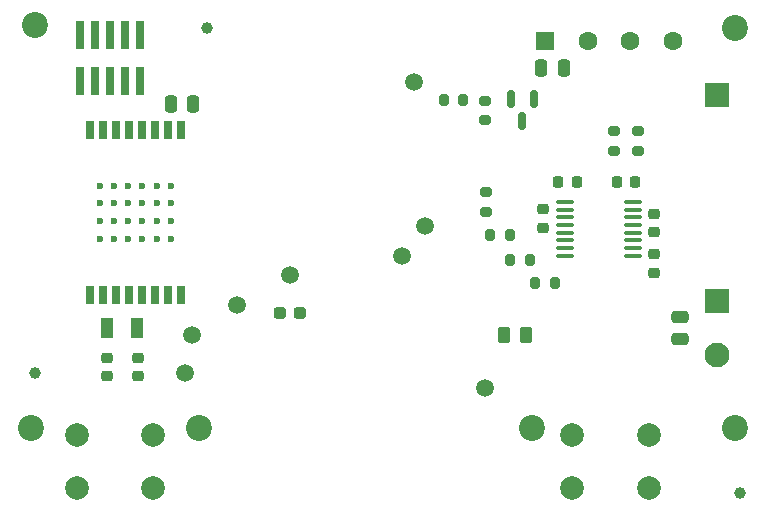
<source format=gts>
%TF.GenerationSoftware,KiCad,Pcbnew,7.0.5+dfsg-2*%
%TF.CreationDate,2023-08-29T10:22:54-04:00*%
%TF.ProjectId,proto1_0,70726f74-6f31-45f3-902e-6b696361645f,rev?*%
%TF.SameCoordinates,Original*%
%TF.FileFunction,Soldermask,Top*%
%TF.FilePolarity,Negative*%
%FSLAX46Y46*%
G04 Gerber Fmt 4.6, Leading zero omitted, Abs format (unit mm)*
G04 Created by KiCad (PCBNEW 7.0.5+dfsg-2) date 2023-08-29 10:22:54*
%MOMM*%
%LPD*%
G01*
G04 APERTURE LIST*
G04 Aperture macros list*
%AMRoundRect*
0 Rectangle with rounded corners*
0 $1 Rounding radius*
0 $2 $3 $4 $5 $6 $7 $8 $9 X,Y pos of 4 corners*
0 Add a 4 corners polygon primitive as box body*
4,1,4,$2,$3,$4,$5,$6,$7,$8,$9,$2,$3,0*
0 Add four circle primitives for the rounded corners*
1,1,$1+$1,$2,$3*
1,1,$1+$1,$4,$5*
1,1,$1+$1,$6,$7*
1,1,$1+$1,$8,$9*
0 Add four rect primitives between the rounded corners*
20,1,$1+$1,$2,$3,$4,$5,0*
20,1,$1+$1,$4,$5,$6,$7,0*
20,1,$1+$1,$6,$7,$8,$9,0*
20,1,$1+$1,$8,$9,$2,$3,0*%
G04 Aperture macros list end*
%ADD10C,1.000000*%
%ADD11R,1.000000X1.800000*%
%ADD12C,0.599440*%
%ADD13R,0.698500X1.498600*%
%ADD14RoundRect,0.250000X0.250000X0.475000X-0.250000X0.475000X-0.250000X-0.475000X0.250000X-0.475000X0*%
%ADD15C,1.500000*%
%ADD16RoundRect,0.237500X-0.287500X-0.237500X0.287500X-0.237500X0.287500X0.237500X-0.287500X0.237500X0*%
%ADD17R,0.740000X2.400000*%
%ADD18RoundRect,0.150000X-0.150000X0.587500X-0.150000X-0.587500X0.150000X-0.587500X0.150000X0.587500X0*%
%ADD19RoundRect,0.200000X0.200000X0.275000X-0.200000X0.275000X-0.200000X-0.275000X0.200000X-0.275000X0*%
%ADD20RoundRect,0.225000X-0.225000X-0.250000X0.225000X-0.250000X0.225000X0.250000X-0.225000X0.250000X0*%
%ADD21RoundRect,0.200000X0.275000X-0.200000X0.275000X0.200000X-0.275000X0.200000X-0.275000X-0.200000X0*%
%ADD22RoundRect,0.200000X-0.200000X-0.275000X0.200000X-0.275000X0.200000X0.275000X-0.200000X0.275000X0*%
%ADD23RoundRect,0.250001X-0.799999X0.799999X-0.799999X-0.799999X0.799999X-0.799999X0.799999X0.799999X0*%
%ADD24C,2.100000*%
%ADD25RoundRect,0.250000X0.262500X0.450000X-0.262500X0.450000X-0.262500X-0.450000X0.262500X-0.450000X0*%
%ADD26RoundRect,0.100000X0.637500X0.100000X-0.637500X0.100000X-0.637500X-0.100000X0.637500X-0.100000X0*%
%ADD27C,2.200000*%
%ADD28RoundRect,0.225000X0.250000X-0.225000X0.250000X0.225000X-0.250000X0.225000X-0.250000X-0.225000X0*%
%ADD29RoundRect,0.225000X0.225000X0.250000X-0.225000X0.250000X-0.225000X-0.250000X0.225000X-0.250000X0*%
%ADD30RoundRect,0.250001X-0.799999X-0.799999X0.799999X-0.799999X0.799999X0.799999X-0.799999X0.799999X0*%
%ADD31RoundRect,0.225000X-0.250000X0.225000X-0.250000X-0.225000X0.250000X-0.225000X0.250000X0.225000X0*%
%ADD32RoundRect,0.200000X-0.275000X0.200000X-0.275000X-0.200000X0.275000X-0.200000X0.275000X0.200000X0*%
%ADD33RoundRect,0.250000X-0.475000X0.250000X-0.475000X-0.250000X0.475000X-0.250000X0.475000X0.250000X0*%
%ADD34RoundRect,0.250000X-0.250000X-0.475000X0.250000X-0.475000X0.250000X0.475000X-0.250000X0.475000X0*%
%ADD35RoundRect,0.250000X-0.550000X-0.550000X0.550000X-0.550000X0.550000X0.550000X-0.550000X0.550000X0*%
%ADD36C,1.600000*%
%ADD37C,2.000000*%
G04 APERTURE END LIST*
D10*
%TO.C,FID3*%
X78740000Y-81915000D03*
%TD*%
%TO.C,FID2*%
X138430000Y-92075000D03*
%TD*%
%TO.C,FID1*%
X93345000Y-52705000D03*
%TD*%
D11*
%TO.C,Y1*%
X84876000Y-78105000D03*
X87376000Y-78105000D03*
%TD*%
D12*
%TO.C,U1*%
X90238580Y-66062860D03*
X89039700Y-66062860D03*
X87838280Y-66062860D03*
X86639400Y-66062860D03*
X85437980Y-66062860D03*
X84239100Y-66062860D03*
X90238580Y-67561460D03*
X89039700Y-67561460D03*
X87838280Y-67561460D03*
X86639400Y-67561460D03*
X85437980Y-67561460D03*
X84239100Y-67561460D03*
X90238580Y-69062600D03*
X89039700Y-69062600D03*
X87838280Y-69062600D03*
X86639400Y-69062600D03*
X85437980Y-69062600D03*
X84239100Y-69062600D03*
X90238580Y-70561200D03*
X89039700Y-70561200D03*
X87838280Y-70561200D03*
X86639400Y-70561200D03*
X85437980Y-70561200D03*
X84239100Y-70561200D03*
D13*
X83439000Y-61313060D03*
X84538820Y-61313060D03*
X85638640Y-61313060D03*
X86738460Y-61313060D03*
X87838280Y-61313060D03*
X88938100Y-61313060D03*
X90037920Y-61313060D03*
X91137740Y-61313060D03*
X91137740Y-75311000D03*
X90037920Y-75311000D03*
X88938100Y-75311000D03*
X87838280Y-75311000D03*
X86738460Y-75311000D03*
X85638640Y-75311000D03*
X84538820Y-75311000D03*
X83439000Y-75311000D03*
%TD*%
D14*
%TO.C,C10*%
X92136000Y-59182000D03*
X90236000Y-59182000D03*
%TD*%
D15*
%TO.C,TP7*%
X110871000Y-57277000D03*
%TD*%
D16*
%TO.C,D1*%
X99455000Y-76835000D03*
X101205000Y-76835000D03*
%TD*%
D17*
%TO.C,J2*%
X87630000Y-53295000D03*
X87630000Y-57195000D03*
X86360000Y-53295000D03*
X86360000Y-57195000D03*
X85090000Y-53295000D03*
X85090000Y-57195000D03*
X83820000Y-53295000D03*
X83820000Y-57195000D03*
X82550000Y-53295000D03*
X82550000Y-57195000D03*
%TD*%
D18*
%TO.C,Q1*%
X120965000Y-58752500D03*
X119065000Y-58752500D03*
X120015000Y-60627500D03*
%TD*%
D19*
%TO.C,R6*%
X119000000Y-72390000D03*
X120650000Y-72390000D03*
%TD*%
D20*
%TO.C,C3*%
X128003000Y-65786000D03*
X129553000Y-65786000D03*
%TD*%
D15*
%TO.C,TP2*%
X92075000Y-78740000D03*
%TD*%
D21*
%TO.C,R3*%
X116967000Y-68262000D03*
X116967000Y-66612000D03*
%TD*%
D22*
%TO.C,R7*%
X113348000Y-58801000D03*
X114998000Y-58801000D03*
%TD*%
D21*
%TO.C,R9*%
X116840000Y-60515000D03*
X116840000Y-58865000D03*
%TD*%
D23*
%TO.C,BT1*%
X136525000Y-75805000D03*
D24*
X136525000Y-80405000D03*
%TD*%
D25*
%TO.C,R8*%
X120292500Y-78740000D03*
X118467500Y-78740000D03*
%TD*%
D26*
%TO.C,U2*%
X129367500Y-71998000D03*
X129367500Y-71348000D03*
X129367500Y-70698000D03*
X129367500Y-70048000D03*
X129367500Y-69398000D03*
X129367500Y-68748000D03*
X129367500Y-68098000D03*
X129367500Y-67448000D03*
X123642500Y-67448000D03*
X123642500Y-68098000D03*
X123642500Y-68748000D03*
X123642500Y-69398000D03*
X123642500Y-70048000D03*
X123642500Y-70698000D03*
X123642500Y-71348000D03*
X123642500Y-71998000D03*
%TD*%
D15*
%TO.C,TP6*%
X111760000Y-69469000D03*
%TD*%
D27*
%TO.C,H6*%
X137972800Y-52673250D03*
%TD*%
D28*
%TO.C,C5*%
X131191000Y-73419000D03*
X131191000Y-71869000D03*
%TD*%
D27*
%TO.C,H4*%
X92621100Y-86614000D03*
%TD*%
%TO.C,H2*%
X120802400Y-86614000D03*
%TD*%
D28*
%TO.C,C4*%
X121793000Y-69609000D03*
X121793000Y-68059000D03*
%TD*%
D15*
%TO.C,TP8*%
X116840000Y-83185000D03*
%TD*%
D29*
%TO.C,C7*%
X124600000Y-65786000D03*
X123050000Y-65786000D03*
%TD*%
D19*
%TO.C,R4*%
X117285000Y-70231000D03*
X118935000Y-70231000D03*
%TD*%
D27*
%TO.C,H5*%
X137972800Y-86614000D03*
%TD*%
D30*
%TO.C,J3*%
X136525000Y-58420000D03*
%TD*%
D31*
%TO.C,C1*%
X84836000Y-80645000D03*
X84836000Y-82195000D03*
%TD*%
%TO.C,C2*%
X87503000Y-80632000D03*
X87503000Y-82182000D03*
%TD*%
D15*
%TO.C,TP4*%
X100330000Y-73660000D03*
%TD*%
D32*
%TO.C,R1*%
X129794000Y-63119000D03*
X129794000Y-61469000D03*
%TD*%
D15*
%TO.C,TP3*%
X95885000Y-76200000D03*
%TD*%
D28*
%TO.C,C6*%
X131191000Y-69990000D03*
X131191000Y-68440000D03*
%TD*%
D33*
%TO.C,C9*%
X133350000Y-77155000D03*
X133350000Y-79055000D03*
%TD*%
D32*
%TO.C,R2*%
X127762000Y-61469000D03*
X127762000Y-63119000D03*
%TD*%
D15*
%TO.C,TP5*%
X109855000Y-72009000D03*
%TD*%
D34*
%TO.C,C8*%
X121605000Y-56134000D03*
X123505000Y-56134000D03*
%TD*%
D27*
%TO.C,H1*%
X78422500Y-86614000D03*
%TD*%
D15*
%TO.C,TP1*%
X91440000Y-81915000D03*
%TD*%
D19*
%TO.C,R5*%
X122745000Y-74295000D03*
X121095000Y-74295000D03*
%TD*%
D27*
%TO.C,H3*%
X78740000Y-52476400D03*
%TD*%
D35*
%TO.C,J1*%
X121959000Y-53848000D03*
D36*
X125559000Y-53848000D03*
X129159000Y-53848000D03*
X132759000Y-53848000D03*
%TD*%
D37*
%TO.C,SW1*%
X88771800Y-87158000D03*
X82271800Y-87158000D03*
X88771800Y-91658000D03*
X82271800Y-91658000D03*
%TD*%
%TO.C,SW2*%
X130707200Y-87158000D03*
X124207200Y-87158000D03*
X130707200Y-91658000D03*
X124207200Y-91658000D03*
%TD*%
M02*

</source>
